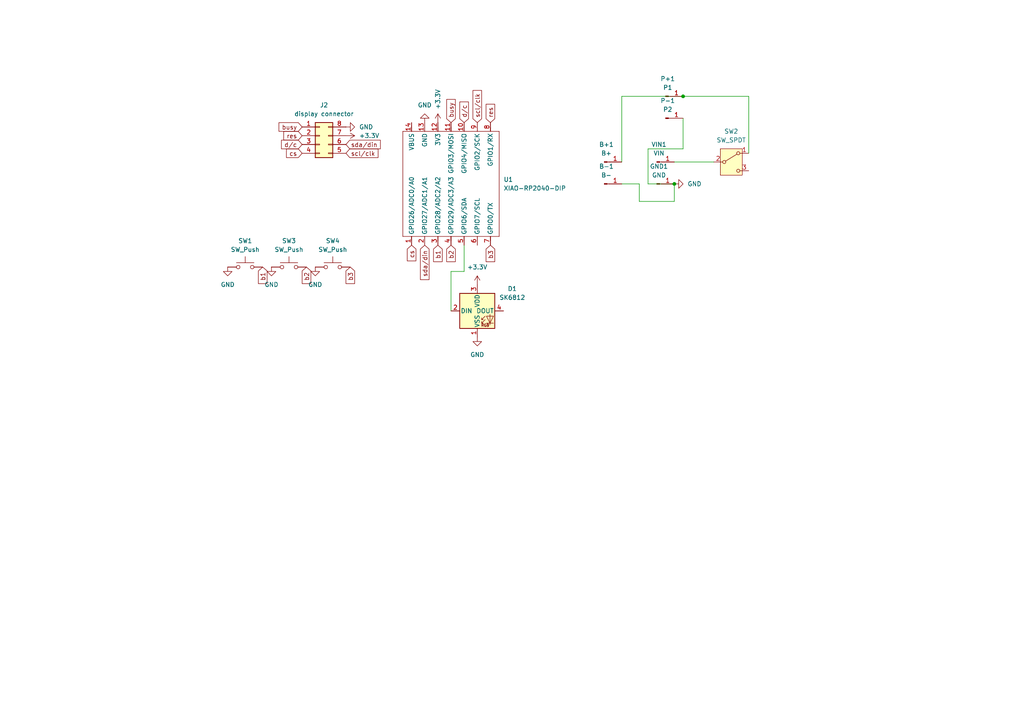
<source format=kicad_sch>
(kicad_sch
	(version 20250114)
	(generator "eeschema")
	(generator_version "9.0")
	(uuid "5f66d989-7b3f-4f0f-809e-794210173ab8")
	(paper "A4")
	(lib_symbols
		(symbol "Connector:Conn_01x01_Pin"
			(pin_names
				(offset 1.016)
				(hide yes)
			)
			(exclude_from_sim no)
			(in_bom yes)
			(on_board yes)
			(property "Reference" "J"
				(at 0 2.54 0)
				(effects
					(font
						(size 1.27 1.27)
					)
				)
			)
			(property "Value" "Conn_01x01_Pin"
				(at 0 -2.54 0)
				(effects
					(font
						(size 1.27 1.27)
					)
				)
			)
			(property "Footprint" ""
				(at 0 0 0)
				(effects
					(font
						(size 1.27 1.27)
					)
					(hide yes)
				)
			)
			(property "Datasheet" "~"
				(at 0 0 0)
				(effects
					(font
						(size 1.27 1.27)
					)
					(hide yes)
				)
			)
			(property "Description" "Generic connector, single row, 01x01, script generated"
				(at 0 0 0)
				(effects
					(font
						(size 1.27 1.27)
					)
					(hide yes)
				)
			)
			(property "ki_locked" ""
				(at 0 0 0)
				(effects
					(font
						(size 1.27 1.27)
					)
				)
			)
			(property "ki_keywords" "connector"
				(at 0 0 0)
				(effects
					(font
						(size 1.27 1.27)
					)
					(hide yes)
				)
			)
			(property "ki_fp_filters" "Connector*:*_1x??_*"
				(at 0 0 0)
				(effects
					(font
						(size 1.27 1.27)
					)
					(hide yes)
				)
			)
			(symbol "Conn_01x01_Pin_1_1"
				(rectangle
					(start 0.8636 0.127)
					(end 0 -0.127)
					(stroke
						(width 0.1524)
						(type default)
					)
					(fill
						(type outline)
					)
				)
				(polyline
					(pts
						(xy 1.27 0) (xy 0.8636 0)
					)
					(stroke
						(width 0.1524)
						(type default)
					)
					(fill
						(type none)
					)
				)
				(pin passive line
					(at 5.08 0 180)
					(length 3.81)
					(name "Pin_1"
						(effects
							(font
								(size 1.27 1.27)
							)
						)
					)
					(number "1"
						(effects
							(font
								(size 1.27 1.27)
							)
						)
					)
				)
			)
			(embedded_fonts no)
		)
		(symbol "Connector_Generic:Conn_02x04_Counter_Clockwise"
			(pin_names
				(offset 1.016)
				(hide yes)
			)
			(exclude_from_sim no)
			(in_bom yes)
			(on_board yes)
			(property "Reference" "J"
				(at 1.27 5.08 0)
				(effects
					(font
						(size 1.27 1.27)
					)
				)
			)
			(property "Value" "Conn_02x04_Counter_Clockwise"
				(at 1.27 -7.62 0)
				(effects
					(font
						(size 1.27 1.27)
					)
				)
			)
			(property "Footprint" ""
				(at 0 0 0)
				(effects
					(font
						(size 1.27 1.27)
					)
					(hide yes)
				)
			)
			(property "Datasheet" "~"
				(at 0 0 0)
				(effects
					(font
						(size 1.27 1.27)
					)
					(hide yes)
				)
			)
			(property "Description" "Generic connector, double row, 02x04, counter clockwise pin numbering scheme (similar to DIP package numbering), script generated (kicad-library-utils/schlib/autogen/connector/)"
				(at 0 0 0)
				(effects
					(font
						(size 1.27 1.27)
					)
					(hide yes)
				)
			)
			(property "ki_keywords" "connector"
				(at 0 0 0)
				(effects
					(font
						(size 1.27 1.27)
					)
					(hide yes)
				)
			)
			(property "ki_fp_filters" "Connector*:*_2x??_*"
				(at 0 0 0)
				(effects
					(font
						(size 1.27 1.27)
					)
					(hide yes)
				)
			)
			(symbol "Conn_02x04_Counter_Clockwise_1_1"
				(rectangle
					(start -1.27 3.81)
					(end 3.81 -6.35)
					(stroke
						(width 0.254)
						(type default)
					)
					(fill
						(type background)
					)
				)
				(rectangle
					(start -1.27 2.667)
					(end 0 2.413)
					(stroke
						(width 0.1524)
						(type default)
					)
					(fill
						(type none)
					)
				)
				(rectangle
					(start -1.27 0.127)
					(end 0 -0.127)
					(stroke
						(width 0.1524)
						(type default)
					)
					(fill
						(type none)
					)
				)
				(rectangle
					(start -1.27 -2.413)
					(end 0 -2.667)
					(stroke
						(width 0.1524)
						(type default)
					)
					(fill
						(type none)
					)
				)
				(rectangle
					(start -1.27 -4.953)
					(end 0 -5.207)
					(stroke
						(width 0.1524)
						(type default)
					)
					(fill
						(type none)
					)
				)
				(rectangle
					(start 3.81 2.667)
					(end 2.54 2.413)
					(stroke
						(width 0.1524)
						(type default)
					)
					(fill
						(type none)
					)
				)
				(rectangle
					(start 3.81 0.127)
					(end 2.54 -0.127)
					(stroke
						(width 0.1524)
						(type default)
					)
					(fill
						(type none)
					)
				)
				(rectangle
					(start 3.81 -2.413)
					(end 2.54 -2.667)
					(stroke
						(width 0.1524)
						(type default)
					)
					(fill
						(type none)
					)
				)
				(rectangle
					(start 3.81 -4.953)
					(end 2.54 -5.207)
					(stroke
						(width 0.1524)
						(type default)
					)
					(fill
						(type none)
					)
				)
				(pin passive line
					(at -5.08 2.54 0)
					(length 3.81)
					(name "Pin_1"
						(effects
							(font
								(size 1.27 1.27)
							)
						)
					)
					(number "1"
						(effects
							(font
								(size 1.27 1.27)
							)
						)
					)
				)
				(pin passive line
					(at -5.08 0 0)
					(length 3.81)
					(name "Pin_2"
						(effects
							(font
								(size 1.27 1.27)
							)
						)
					)
					(number "2"
						(effects
							(font
								(size 1.27 1.27)
							)
						)
					)
				)
				(pin passive line
					(at -5.08 -2.54 0)
					(length 3.81)
					(name "Pin_3"
						(effects
							(font
								(size 1.27 1.27)
							)
						)
					)
					(number "3"
						(effects
							(font
								(size 1.27 1.27)
							)
						)
					)
				)
				(pin passive line
					(at -5.08 -5.08 0)
					(length 3.81)
					(name "Pin_4"
						(effects
							(font
								(size 1.27 1.27)
							)
						)
					)
					(number "4"
						(effects
							(font
								(size 1.27 1.27)
							)
						)
					)
				)
				(pin passive line
					(at 7.62 2.54 180)
					(length 3.81)
					(name "Pin_8"
						(effects
							(font
								(size 1.27 1.27)
							)
						)
					)
					(number "8"
						(effects
							(font
								(size 1.27 1.27)
							)
						)
					)
				)
				(pin passive line
					(at 7.62 0 180)
					(length 3.81)
					(name "Pin_7"
						(effects
							(font
								(size 1.27 1.27)
							)
						)
					)
					(number "7"
						(effects
							(font
								(size 1.27 1.27)
							)
						)
					)
				)
				(pin passive line
					(at 7.62 -2.54 180)
					(length 3.81)
					(name "Pin_6"
						(effects
							(font
								(size 1.27 1.27)
							)
						)
					)
					(number "6"
						(effects
							(font
								(size 1.27 1.27)
							)
						)
					)
				)
				(pin passive line
					(at 7.62 -5.08 180)
					(length 3.81)
					(name "Pin_5"
						(effects
							(font
								(size 1.27 1.27)
							)
						)
					)
					(number "5"
						(effects
							(font
								(size 1.27 1.27)
							)
						)
					)
				)
			)
			(embedded_fonts no)
		)
		(symbol "LED:SK6812"
			(pin_names
				(offset 0.254)
			)
			(exclude_from_sim no)
			(in_bom yes)
			(on_board yes)
			(property "Reference" "D"
				(at 5.08 5.715 0)
				(effects
					(font
						(size 1.27 1.27)
					)
					(justify right bottom)
				)
			)
			(property "Value" "SK6812"
				(at 1.27 -5.715 0)
				(effects
					(font
						(size 1.27 1.27)
					)
					(justify left top)
				)
			)
			(property "Footprint" "LED_SMD:LED_SK6812_PLCC4_5.0x5.0mm_P3.2mm"
				(at 1.27 -7.62 0)
				(effects
					(font
						(size 1.27 1.27)
					)
					(justify left top)
					(hide yes)
				)
			)
			(property "Datasheet" "https://cdn-shop.adafruit.com/product-files/1138/SK6812+LED+datasheet+.pdf"
				(at 2.54 -9.525 0)
				(effects
					(font
						(size 1.27 1.27)
					)
					(justify left top)
					(hide yes)
				)
			)
			(property "Description" "RGB LED with integrated controller"
				(at 0 0 0)
				(effects
					(font
						(size 1.27 1.27)
					)
					(hide yes)
				)
			)
			(property "ki_keywords" "RGB LED NeoPixel addressable"
				(at 0 0 0)
				(effects
					(font
						(size 1.27 1.27)
					)
					(hide yes)
				)
			)
			(property "ki_fp_filters" "LED*SK6812*PLCC*5.0x5.0mm*P3.2mm*"
				(at 0 0 0)
				(effects
					(font
						(size 1.27 1.27)
					)
					(hide yes)
				)
			)
			(symbol "SK6812_0_0"
				(text "RGB"
					(at 2.286 -4.191 0)
					(effects
						(font
							(size 0.762 0.762)
						)
					)
				)
			)
			(symbol "SK6812_0_1"
				(polyline
					(pts
						(xy 1.27 -2.54) (xy 1.778 -2.54)
					)
					(stroke
						(width 0)
						(type default)
					)
					(fill
						(type none)
					)
				)
				(polyline
					(pts
						(xy 1.27 -3.556) (xy 1.778 -3.556)
					)
					(stroke
						(width 0)
						(type default)
					)
					(fill
						(type none)
					)
				)
				(polyline
					(pts
						(xy 2.286 -1.524) (xy 1.27 -2.54) (xy 1.27 -2.032)
					)
					(stroke
						(width 0)
						(type default)
					)
					(fill
						(type none)
					)
				)
				(polyline
					(pts
						(xy 2.286 -2.54) (xy 1.27 -3.556) (xy 1.27 -3.048)
					)
					(stroke
						(width 0)
						(type default)
					)
					(fill
						(type none)
					)
				)
				(polyline
					(pts
						(xy 3.683 -1.016) (xy 3.683 -3.556) (xy 3.683 -4.064)
					)
					(stroke
						(width 0)
						(type default)
					)
					(fill
						(type none)
					)
				)
				(polyline
					(pts
						(xy 4.699 -1.524) (xy 2.667 -1.524) (xy 3.683 -3.556) (xy 4.699 -1.524)
					)
					(stroke
						(width 0)
						(type default)
					)
					(fill
						(type none)
					)
				)
				(polyline
					(pts
						(xy 4.699 -3.556) (xy 2.667 -3.556)
					)
					(stroke
						(width 0)
						(type default)
					)
					(fill
						(type none)
					)
				)
				(rectangle
					(start 5.08 5.08)
					(end -5.08 -5.08)
					(stroke
						(width 0.254)
						(type default)
					)
					(fill
						(type background)
					)
				)
			)
			(symbol "SK6812_1_1"
				(pin input line
					(at -7.62 0 0)
					(length 2.54)
					(name "DIN"
						(effects
							(font
								(size 1.27 1.27)
							)
						)
					)
					(number "2"
						(effects
							(font
								(size 1.27 1.27)
							)
						)
					)
				)
				(pin power_in line
					(at 0 7.62 270)
					(length 2.54)
					(name "VDD"
						(effects
							(font
								(size 1.27 1.27)
							)
						)
					)
					(number "3"
						(effects
							(font
								(size 1.27 1.27)
							)
						)
					)
				)
				(pin power_in line
					(at 0 -7.62 90)
					(length 2.54)
					(name "VSS"
						(effects
							(font
								(size 1.27 1.27)
							)
						)
					)
					(number "1"
						(effects
							(font
								(size 1.27 1.27)
							)
						)
					)
				)
				(pin output line
					(at 7.62 0 180)
					(length 2.54)
					(name "DOUT"
						(effects
							(font
								(size 1.27 1.27)
							)
						)
					)
					(number "4"
						(effects
							(font
								(size 1.27 1.27)
							)
						)
					)
				)
			)
			(embedded_fonts no)
		)
		(symbol "Switch:SW_Push"
			(pin_numbers
				(hide yes)
			)
			(pin_names
				(offset 1.016)
				(hide yes)
			)
			(exclude_from_sim no)
			(in_bom yes)
			(on_board yes)
			(property "Reference" "SW"
				(at 1.27 2.54 0)
				(effects
					(font
						(size 1.27 1.27)
					)
					(justify left)
				)
			)
			(property "Value" "SW_Push"
				(at 0 -1.524 0)
				(effects
					(font
						(size 1.27 1.27)
					)
				)
			)
			(property "Footprint" ""
				(at 0 5.08 0)
				(effects
					(font
						(size 1.27 1.27)
					)
					(hide yes)
				)
			)
			(property "Datasheet" "~"
				(at 0 5.08 0)
				(effects
					(font
						(size 1.27 1.27)
					)
					(hide yes)
				)
			)
			(property "Description" "Push button switch, generic, two pins"
				(at 0 0 0)
				(effects
					(font
						(size 1.27 1.27)
					)
					(hide yes)
				)
			)
			(property "ki_keywords" "switch normally-open pushbutton push-button"
				(at 0 0 0)
				(effects
					(font
						(size 1.27 1.27)
					)
					(hide yes)
				)
			)
			(symbol "SW_Push_0_1"
				(circle
					(center -2.032 0)
					(radius 0.508)
					(stroke
						(width 0)
						(type default)
					)
					(fill
						(type none)
					)
				)
				(polyline
					(pts
						(xy 0 1.27) (xy 0 3.048)
					)
					(stroke
						(width 0)
						(type default)
					)
					(fill
						(type none)
					)
				)
				(circle
					(center 2.032 0)
					(radius 0.508)
					(stroke
						(width 0)
						(type default)
					)
					(fill
						(type none)
					)
				)
				(polyline
					(pts
						(xy 2.54 1.27) (xy -2.54 1.27)
					)
					(stroke
						(width 0)
						(type default)
					)
					(fill
						(type none)
					)
				)
				(pin passive line
					(at -5.08 0 0)
					(length 2.54)
					(name "1"
						(effects
							(font
								(size 1.27 1.27)
							)
						)
					)
					(number "1"
						(effects
							(font
								(size 1.27 1.27)
							)
						)
					)
				)
				(pin passive line
					(at 5.08 0 180)
					(length 2.54)
					(name "2"
						(effects
							(font
								(size 1.27 1.27)
							)
						)
					)
					(number "2"
						(effects
							(font
								(size 1.27 1.27)
							)
						)
					)
				)
			)
			(embedded_fonts no)
		)
		(symbol "Switch:SW_SPDT"
			(pin_names
				(offset 0)
				(hide yes)
			)
			(exclude_from_sim no)
			(in_bom yes)
			(on_board yes)
			(property "Reference" "SW"
				(at 0 5.08 0)
				(effects
					(font
						(size 1.27 1.27)
					)
				)
			)
			(property "Value" "SW_SPDT"
				(at 0 -5.08 0)
				(effects
					(font
						(size 1.27 1.27)
					)
				)
			)
			(property "Footprint" ""
				(at 0 0 0)
				(effects
					(font
						(size 1.27 1.27)
					)
					(hide yes)
				)
			)
			(property "Datasheet" "~"
				(at 0 -7.62 0)
				(effects
					(font
						(size 1.27 1.27)
					)
					(hide yes)
				)
			)
			(property "Description" "Switch, single pole double throw"
				(at 0 0 0)
				(effects
					(font
						(size 1.27 1.27)
					)
					(hide yes)
				)
			)
			(property "ki_keywords" "switch single-pole double-throw spdt ON-ON"
				(at 0 0 0)
				(effects
					(font
						(size 1.27 1.27)
					)
					(hide yes)
				)
			)
			(symbol "SW_SPDT_0_1"
				(circle
					(center -2.032 0)
					(radius 0.4572)
					(stroke
						(width 0)
						(type default)
					)
					(fill
						(type none)
					)
				)
				(polyline
					(pts
						(xy -1.651 0.254) (xy 1.651 2.286)
					)
					(stroke
						(width 0)
						(type default)
					)
					(fill
						(type none)
					)
				)
				(circle
					(center 2.032 2.54)
					(radius 0.4572)
					(stroke
						(width 0)
						(type default)
					)
					(fill
						(type none)
					)
				)
				(circle
					(center 2.032 -2.54)
					(radius 0.4572)
					(stroke
						(width 0)
						(type default)
					)
					(fill
						(type none)
					)
				)
			)
			(symbol "SW_SPDT_1_1"
				(rectangle
					(start -3.175 3.81)
					(end 3.175 -3.81)
					(stroke
						(width 0)
						(type default)
					)
					(fill
						(type background)
					)
				)
				(pin passive line
					(at -5.08 0 0)
					(length 2.54)
					(name "B"
						(effects
							(font
								(size 1.27 1.27)
							)
						)
					)
					(number "2"
						(effects
							(font
								(size 1.27 1.27)
							)
						)
					)
				)
				(pin passive line
					(at 5.08 2.54 180)
					(length 2.54)
					(name "A"
						(effects
							(font
								(size 1.27 1.27)
							)
						)
					)
					(number "1"
						(effects
							(font
								(size 1.27 1.27)
							)
						)
					)
				)
				(pin passive line
					(at 5.08 -2.54 180)
					(length 2.54)
					(name "C"
						(effects
							(font
								(size 1.27 1.27)
							)
						)
					)
					(number "3"
						(effects
							(font
								(size 1.27 1.27)
							)
						)
					)
				)
			)
			(embedded_fonts no)
		)
		(symbol "power:+3.3V"
			(power)
			(pin_numbers
				(hide yes)
			)
			(pin_names
				(offset 0)
				(hide yes)
			)
			(exclude_from_sim no)
			(in_bom yes)
			(on_board yes)
			(property "Reference" "#PWR"
				(at 0 -3.81 0)
				(effects
					(font
						(size 1.27 1.27)
					)
					(hide yes)
				)
			)
			(property "Value" "+3.3V"
				(at 0 3.556 0)
				(effects
					(font
						(size 1.27 1.27)
					)
				)
			)
			(property "Footprint" ""
				(at 0 0 0)
				(effects
					(font
						(size 1.27 1.27)
					)
					(hide yes)
				)
			)
			(property "Datasheet" ""
				(at 0 0 0)
				(effects
					(font
						(size 1.27 1.27)
					)
					(hide yes)
				)
			)
			(property "Description" "Power symbol creates a global label with name \"+3.3V\""
				(at 0 0 0)
				(effects
					(font
						(size 1.27 1.27)
					)
					(hide yes)
				)
			)
			(property "ki_keywords" "global power"
				(at 0 0 0)
				(effects
					(font
						(size 1.27 1.27)
					)
					(hide yes)
				)
			)
			(symbol "+3.3V_0_1"
				(polyline
					(pts
						(xy -0.762 1.27) (xy 0 2.54)
					)
					(stroke
						(width 0)
						(type default)
					)
					(fill
						(type none)
					)
				)
				(polyline
					(pts
						(xy 0 2.54) (xy 0.762 1.27)
					)
					(stroke
						(width 0)
						(type default)
					)
					(fill
						(type none)
					)
				)
				(polyline
					(pts
						(xy 0 0) (xy 0 2.54)
					)
					(stroke
						(width 0)
						(type default)
					)
					(fill
						(type none)
					)
				)
			)
			(symbol "+3.3V_1_1"
				(pin power_in line
					(at 0 0 90)
					(length 0)
					(name "~"
						(effects
							(font
								(size 1.27 1.27)
							)
						)
					)
					(number "1"
						(effects
							(font
								(size 1.27 1.27)
							)
						)
					)
				)
			)
			(embedded_fonts no)
		)
		(symbol "power:GND"
			(power)
			(pin_numbers
				(hide yes)
			)
			(pin_names
				(offset 0)
				(hide yes)
			)
			(exclude_from_sim no)
			(in_bom yes)
			(on_board yes)
			(property "Reference" "#PWR"
				(at 0 -6.35 0)
				(effects
					(font
						(size 1.27 1.27)
					)
					(hide yes)
				)
			)
			(property "Value" "GND"
				(at 0 -3.81 0)
				(effects
					(font
						(size 1.27 1.27)
					)
				)
			)
			(property "Footprint" ""
				(at 0 0 0)
				(effects
					(font
						(size 1.27 1.27)
					)
					(hide yes)
				)
			)
			(property "Datasheet" ""
				(at 0 0 0)
				(effects
					(font
						(size 1.27 1.27)
					)
					(hide yes)
				)
			)
			(property "Description" "Power symbol creates a global label with name \"GND\" , ground"
				(at 0 0 0)
				(effects
					(font
						(size 1.27 1.27)
					)
					(hide yes)
				)
			)
			(property "ki_keywords" "global power"
				(at 0 0 0)
				(effects
					(font
						(size 1.27 1.27)
					)
					(hide yes)
				)
			)
			(symbol "GND_0_1"
				(polyline
					(pts
						(xy 0 0) (xy 0 -1.27) (xy 1.27 -1.27) (xy 0 -2.54) (xy -1.27 -1.27) (xy 0 -1.27)
					)
					(stroke
						(width 0)
						(type default)
					)
					(fill
						(type none)
					)
				)
			)
			(symbol "GND_1_1"
				(pin power_in line
					(at 0 0 270)
					(length 0)
					(name "~"
						(effects
							(font
								(size 1.27 1.27)
							)
						)
					)
					(number "1"
						(effects
							(font
								(size 1.27 1.27)
							)
						)
					)
				)
			)
			(embedded_fonts no)
		)
		(symbol "rp2040:XIAO-RP2040-DIP"
			(exclude_from_sim no)
			(in_bom yes)
			(on_board yes)
			(property "Reference" "U"
				(at 0 0 0)
				(effects
					(font
						(size 1.27 1.27)
					)
				)
			)
			(property "Value" "XIAO-RP2040-DIP"
				(at 5.334 -1.778 0)
				(effects
					(font
						(size 1.27 1.27)
					)
				)
			)
			(property "Footprint" "Module:MOUDLE14P-XIAO-DIP-SMD"
				(at 14.478 -32.258 0)
				(effects
					(font
						(size 1.27 1.27)
					)
					(hide yes)
				)
			)
			(property "Datasheet" ""
				(at 0 0 0)
				(effects
					(font
						(size 1.27 1.27)
					)
					(hide yes)
				)
			)
			(property "Description" ""
				(at 0 0 0)
				(effects
					(font
						(size 1.27 1.27)
					)
					(hide yes)
				)
			)
			(symbol "XIAO-RP2040-DIP_1_0"
				(polyline
					(pts
						(xy -1.27 -2.54) (xy 29.21 -2.54)
					)
					(stroke
						(width 0.1524)
						(type solid)
					)
					(fill
						(type none)
					)
				)
				(polyline
					(pts
						(xy -1.27 -5.08) (xy -2.54 -5.08)
					)
					(stroke
						(width 0.1524)
						(type solid)
					)
					(fill
						(type none)
					)
				)
				(polyline
					(pts
						(xy -1.27 -5.08) (xy -1.27 -2.54)
					)
					(stroke
						(width 0.1524)
						(type solid)
					)
					(fill
						(type none)
					)
				)
				(polyline
					(pts
						(xy -1.27 -8.89) (xy -2.54 -8.89)
					)
					(stroke
						(width 0.1524)
						(type solid)
					)
					(fill
						(type none)
					)
				)
				(polyline
					(pts
						(xy -1.27 -8.89) (xy -1.27 -5.08)
					)
					(stroke
						(width 0.1524)
						(type solid)
					)
					(fill
						(type none)
					)
				)
				(polyline
					(pts
						(xy -1.27 -12.7) (xy -2.54 -12.7)
					)
					(stroke
						(width 0.1524)
						(type solid)
					)
					(fill
						(type none)
					)
				)
				(polyline
					(pts
						(xy -1.27 -12.7) (xy -1.27 -8.89)
					)
					(stroke
						(width 0.1524)
						(type solid)
					)
					(fill
						(type none)
					)
				)
				(polyline
					(pts
						(xy -1.27 -16.51) (xy -2.54 -16.51)
					)
					(stroke
						(width 0.1524)
						(type solid)
					)
					(fill
						(type none)
					)
				)
				(polyline
					(pts
						(xy -1.27 -16.51) (xy -1.27 -12.7)
					)
					(stroke
						(width 0.1524)
						(type solid)
					)
					(fill
						(type none)
					)
				)
				(polyline
					(pts
						(xy -1.27 -20.32) (xy -2.54 -20.32)
					)
					(stroke
						(width 0.1524)
						(type solid)
					)
					(fill
						(type none)
					)
				)
				(polyline
					(pts
						(xy -1.27 -24.13) (xy -2.54 -24.13)
					)
					(stroke
						(width 0.1524)
						(type solid)
					)
					(fill
						(type none)
					)
				)
				(polyline
					(pts
						(xy -1.27 -27.94) (xy -2.54 -27.94)
					)
					(stroke
						(width 0.1524)
						(type solid)
					)
					(fill
						(type none)
					)
				)
				(polyline
					(pts
						(xy -1.27 -30.48) (xy -1.27 -16.51)
					)
					(stroke
						(width 0.1524)
						(type solid)
					)
					(fill
						(type none)
					)
				)
				(polyline
					(pts
						(xy 29.21 -2.54) (xy 29.21 -5.08)
					)
					(stroke
						(width 0.1524)
						(type solid)
					)
					(fill
						(type none)
					)
				)
				(polyline
					(pts
						(xy 29.21 -5.08) (xy 29.21 -8.89)
					)
					(stroke
						(width 0.1524)
						(type solid)
					)
					(fill
						(type none)
					)
				)
				(polyline
					(pts
						(xy 29.21 -8.89) (xy 29.21 -12.7)
					)
					(stroke
						(width 0.1524)
						(type solid)
					)
					(fill
						(type none)
					)
				)
				(polyline
					(pts
						(xy 29.21 -12.7) (xy 29.21 -30.48)
					)
					(stroke
						(width 0.1524)
						(type solid)
					)
					(fill
						(type none)
					)
				)
				(polyline
					(pts
						(xy 29.21 -30.48) (xy -1.27 -30.48)
					)
					(stroke
						(width 0.1524)
						(type solid)
					)
					(fill
						(type none)
					)
				)
				(polyline
					(pts
						(xy 30.48 -5.08) (xy 29.21 -5.08)
					)
					(stroke
						(width 0.1524)
						(type solid)
					)
					(fill
						(type none)
					)
				)
				(polyline
					(pts
						(xy 30.48 -8.89) (xy 29.21 -8.89)
					)
					(stroke
						(width 0.1524)
						(type solid)
					)
					(fill
						(type none)
					)
				)
				(polyline
					(pts
						(xy 30.48 -12.7) (xy 29.21 -12.7)
					)
					(stroke
						(width 0.1524)
						(type solid)
					)
					(fill
						(type none)
					)
				)
				(polyline
					(pts
						(xy 30.48 -16.51) (xy 29.21 -16.51)
					)
					(stroke
						(width 0.1524)
						(type solid)
					)
					(fill
						(type none)
					)
				)
				(polyline
					(pts
						(xy 30.48 -20.32) (xy 29.21 -20.32)
					)
					(stroke
						(width 0.1524)
						(type solid)
					)
					(fill
						(type none)
					)
				)
				(polyline
					(pts
						(xy 30.48 -24.13) (xy 29.21 -24.13)
					)
					(stroke
						(width 0.1524)
						(type solid)
					)
					(fill
						(type none)
					)
				)
				(polyline
					(pts
						(xy 30.48 -27.94) (xy 29.21 -27.94)
					)
					(stroke
						(width 0.1524)
						(type solid)
					)
					(fill
						(type none)
					)
				)
				(pin passive line
					(at -3.81 -5.08 0)
					(length 2.54)
					(name "GPIO26/ADC0/A0"
						(effects
							(font
								(size 1.27 1.27)
							)
						)
					)
					(number "1"
						(effects
							(font
								(size 1.27 1.27)
							)
						)
					)
				)
				(pin passive line
					(at -3.81 -8.89 0)
					(length 2.54)
					(name "GPIO27/ADC1/A1"
						(effects
							(font
								(size 1.27 1.27)
							)
						)
					)
					(number "2"
						(effects
							(font
								(size 1.27 1.27)
							)
						)
					)
				)
				(pin passive line
					(at -3.81 -12.7 0)
					(length 2.54)
					(name "GPIO28/ADC2/A2"
						(effects
							(font
								(size 1.27 1.27)
							)
						)
					)
					(number "3"
						(effects
							(font
								(size 1.27 1.27)
							)
						)
					)
				)
				(pin passive line
					(at -3.81 -16.51 0)
					(length 2.54)
					(name "GPIO29/ADC3/A3"
						(effects
							(font
								(size 1.27 1.27)
							)
						)
					)
					(number "4"
						(effects
							(font
								(size 1.27 1.27)
							)
						)
					)
				)
				(pin passive line
					(at -3.81 -20.32 0)
					(length 2.54)
					(name "GPIO6/SDA"
						(effects
							(font
								(size 1.27 1.27)
							)
						)
					)
					(number "5"
						(effects
							(font
								(size 1.27 1.27)
							)
						)
					)
				)
				(pin passive line
					(at -3.81 -24.13 0)
					(length 2.54)
					(name "GPIO7/SCL"
						(effects
							(font
								(size 1.27 1.27)
							)
						)
					)
					(number "6"
						(effects
							(font
								(size 1.27 1.27)
							)
						)
					)
				)
				(pin passive line
					(at -3.81 -27.94 0)
					(length 2.54)
					(name "GPIO0/TX"
						(effects
							(font
								(size 1.27 1.27)
							)
						)
					)
					(number "7"
						(effects
							(font
								(size 1.27 1.27)
							)
						)
					)
				)
				(pin passive line
					(at 31.75 -5.08 180)
					(length 2.54)
					(name "VBUS"
						(effects
							(font
								(size 1.27 1.27)
							)
						)
					)
					(number "14"
						(effects
							(font
								(size 1.27 1.27)
							)
						)
					)
				)
				(pin passive line
					(at 31.75 -8.89 180)
					(length 2.54)
					(name "GND"
						(effects
							(font
								(size 1.27 1.27)
							)
						)
					)
					(number "13"
						(effects
							(font
								(size 1.27 1.27)
							)
						)
					)
				)
				(pin passive line
					(at 31.75 -12.7 180)
					(length 2.54)
					(name "3V3"
						(effects
							(font
								(size 1.27 1.27)
							)
						)
					)
					(number "12"
						(effects
							(font
								(size 1.27 1.27)
							)
						)
					)
				)
				(pin passive line
					(at 31.75 -16.51 180)
					(length 2.54)
					(name "GPIO3/MOSI"
						(effects
							(font
								(size 1.27 1.27)
							)
						)
					)
					(number "11"
						(effects
							(font
								(size 1.27 1.27)
							)
						)
					)
				)
				(pin passive line
					(at 31.75 -20.32 180)
					(length 2.54)
					(name "GPIO4/MISO"
						(effects
							(font
								(size 1.27 1.27)
							)
						)
					)
					(number "10"
						(effects
							(font
								(size 1.27 1.27)
							)
						)
					)
				)
				(pin passive line
					(at 31.75 -24.13 180)
					(length 2.54)
					(name "GPIO2/SCK"
						(effects
							(font
								(size 1.27 1.27)
							)
						)
					)
					(number "9"
						(effects
							(font
								(size 1.27 1.27)
							)
						)
					)
				)
				(pin passive line
					(at 31.75 -27.94 180)
					(length 2.54)
					(name "GPIO1/RX"
						(effects
							(font
								(size 1.27 1.27)
							)
						)
					)
					(number "8"
						(effects
							(font
								(size 1.27 1.27)
							)
						)
					)
				)
			)
			(embedded_fonts no)
		)
	)
	(junction
		(at 198.12 27.94)
		(diameter 0)
		(color 0 0 0 0)
		(uuid "89d8a923-0a78-424a-96b0-6ca9a3bdd817")
	)
	(junction
		(at 195.58 53.34)
		(diameter 0)
		(color 0 0 0 0)
		(uuid "c76d50b5-4ca5-4e58-8b06-b66a594d41f5")
	)
	(wire
		(pts
			(xy 195.58 46.99) (xy 207.01 46.99)
		)
		(stroke
			(width 0)
			(type default)
		)
		(uuid "0fd865f8-845e-4f72-b276-2ddccbcc9501")
	)
	(wire
		(pts
			(xy 185.42 58.42) (xy 195.58 58.42)
		)
		(stroke
			(width 0)
			(type default)
		)
		(uuid "3a21e7ec-4b90-4d8d-b5c4-be42836b9124")
	)
	(wire
		(pts
			(xy 180.34 27.94) (xy 198.12 27.94)
		)
		(stroke
			(width 0)
			(type default)
		)
		(uuid "4e04f490-c4f6-4efe-80ed-5fe418a4cb77")
	)
	(wire
		(pts
			(xy 198.12 43.18) (xy 187.96 43.18)
		)
		(stroke
			(width 0)
			(type default)
		)
		(uuid "5b3f18a9-f4d0-4c64-81be-0a42dc852908")
	)
	(wire
		(pts
			(xy 130.81 78.74) (xy 134.62 78.74)
		)
		(stroke
			(width 0)
			(type default)
		)
		(uuid "76673632-277f-4e1b-b078-9621a0eda387")
	)
	(wire
		(pts
			(xy 180.34 46.99) (xy 180.34 27.94)
		)
		(stroke
			(width 0)
			(type default)
		)
		(uuid "77e4997e-9ef9-410b-bc76-a36340e4dd4e")
	)
	(wire
		(pts
			(xy 134.62 78.74) (xy 134.62 71.12)
		)
		(stroke
			(width 0)
			(type default)
		)
		(uuid "9483421b-972d-46d6-a21c-f1bdd2a6695c")
	)
	(wire
		(pts
			(xy 187.96 43.18) (xy 187.96 53.34)
		)
		(stroke
			(width 0)
			(type default)
		)
		(uuid "9cb26fea-4d4c-42d7-a7ca-1d40f2992a85")
	)
	(wire
		(pts
			(xy 198.12 34.29) (xy 198.12 43.18)
		)
		(stroke
			(width 0)
			(type default)
		)
		(uuid "a29471ca-6547-4eb0-b247-7fd59cd753dc")
	)
	(wire
		(pts
			(xy 217.17 27.94) (xy 217.17 44.45)
		)
		(stroke
			(width 0)
			(type default)
		)
		(uuid "adeb5095-a920-4177-bc56-01becf35b217")
	)
	(wire
		(pts
			(xy 198.12 27.94) (xy 217.17 27.94)
		)
		(stroke
			(width 0)
			(type default)
		)
		(uuid "b673d4db-8f1d-4a02-87a2-0cee62a07bd0")
	)
	(wire
		(pts
			(xy 180.34 53.34) (xy 185.42 53.34)
		)
		(stroke
			(width 0)
			(type default)
		)
		(uuid "b7a54923-851e-4eb5-92ef-aad141ba5104")
	)
	(wire
		(pts
			(xy 195.58 58.42) (xy 195.58 53.34)
		)
		(stroke
			(width 0)
			(type default)
		)
		(uuid "c51db4b9-8853-4153-8e27-9d5ebfe13198")
	)
	(wire
		(pts
			(xy 130.81 90.17) (xy 130.81 78.74)
		)
		(stroke
			(width 0)
			(type default)
		)
		(uuid "d261a65c-005a-4ae0-bf75-e4cb0c404a7f")
	)
	(wire
		(pts
			(xy 185.42 53.34) (xy 185.42 58.42)
		)
		(stroke
			(width 0)
			(type default)
		)
		(uuid "dc05a6a3-926b-4bc9-9bb2-216ed7b11493")
	)
	(wire
		(pts
			(xy 187.96 53.34) (xy 195.58 53.34)
		)
		(stroke
			(width 0)
			(type default)
		)
		(uuid "f41baa7d-1f86-4197-91fb-45d178695d19")
	)
	(global_label "res"
		(shape input)
		(at 142.24 35.56 90)
		(fields_autoplaced yes)
		(effects
			(font
				(size 1.27 1.27)
			)
			(justify left)
		)
		(uuid "05a37646-4662-4579-a605-7ad64145b83a")
		(property "Intersheetrefs" "${INTERSHEET_REFS}"
			(at 142.24 29.6719 90)
			(effects
				(font
					(size 1.27 1.27)
				)
				(justify left)
				(hide yes)
			)
		)
	)
	(global_label "b2"
		(shape input)
		(at 88.9 77.47 270)
		(fields_autoplaced yes)
		(effects
			(font
				(size 1.27 1.27)
			)
			(justify right)
		)
		(uuid "14216049-0335-4e74-b403-2852264dbcc4")
		(property "Intersheetrefs" "${INTERSHEET_REFS}"
			(at 88.9 82.8137 90)
			(effects
				(font
					(size 1.27 1.27)
				)
				(justify right)
				(hide yes)
			)
		)
	)
	(global_label "sda{slash}din"
		(shape input)
		(at 100.33 41.91 0)
		(fields_autoplaced yes)
		(effects
			(font
				(size 1.27 1.27)
			)
			(justify left)
		)
		(uuid "2ab74780-81ec-4730-af86-8f6c9ce674d0")
		(property "Intersheetrefs" "${INTERSHEET_REFS}"
			(at 110.8746 41.91 0)
			(effects
				(font
					(size 1.27 1.27)
				)
				(justify left)
				(hide yes)
			)
		)
	)
	(global_label "b1"
		(shape input)
		(at 76.2 77.47 270)
		(fields_autoplaced yes)
		(effects
			(font
				(size 1.27 1.27)
			)
			(justify right)
		)
		(uuid "649b5d0b-e256-4a09-a343-73cd65dd9caf")
		(property "Intersheetrefs" "${INTERSHEET_REFS}"
			(at 76.2 82.8137 90)
			(effects
				(font
					(size 1.27 1.27)
				)
				(justify right)
				(hide yes)
			)
		)
	)
	(global_label "busy"
		(shape input)
		(at 130.81 35.56 90)
		(fields_autoplaced yes)
		(effects
			(font
				(size 1.27 1.27)
			)
			(justify left)
		)
		(uuid "7960bcf7-7b8c-41c7-9ae0-493f8cea0bf8")
		(property "Intersheetrefs" "${INTERSHEET_REFS}"
			(at 130.81 28.2811 90)
			(effects
				(font
					(size 1.27 1.27)
				)
				(justify left)
				(hide yes)
			)
		)
	)
	(global_label "b1"
		(shape input)
		(at 127 71.12 270)
		(fields_autoplaced yes)
		(effects
			(font
				(size 1.27 1.27)
			)
			(justify right)
		)
		(uuid "7a74e3c2-db35-4b42-9ce5-19995da49b8d")
		(property "Intersheetrefs" "${INTERSHEET_REFS}"
			(at 127 76.4637 90)
			(effects
				(font
					(size 1.27 1.27)
				)
				(justify right)
				(hide yes)
			)
		)
	)
	(global_label "scl{slash}clk"
		(shape input)
		(at 100.33 44.45 0)
		(fields_autoplaced yes)
		(effects
			(font
				(size 1.27 1.27)
			)
			(justify left)
		)
		(uuid "837c376c-cb18-479b-947a-7e8974adda71")
		(property "Intersheetrefs" "${INTERSHEET_REFS}"
			(at 110.2095 44.45 0)
			(effects
				(font
					(size 1.27 1.27)
				)
				(justify left)
				(hide yes)
			)
		)
	)
	(global_label "busy"
		(shape input)
		(at 87.63 36.83 180)
		(fields_autoplaced yes)
		(effects
			(font
				(size 1.27 1.27)
			)
			(justify right)
		)
		(uuid "942c3fd1-3c6b-4c51-86b2-8bb5586a9755")
		(property "Intersheetrefs" "${INTERSHEET_REFS}"
			(at 80.3511 36.83 0)
			(effects
				(font
					(size 1.27 1.27)
				)
				(justify right)
				(hide yes)
			)
		)
	)
	(global_label "d{slash}c"
		(shape input)
		(at 134.62 35.56 90)
		(fields_autoplaced yes)
		(effects
			(font
				(size 1.27 1.27)
			)
			(justify left)
		)
		(uuid "a448729b-4a78-4ab2-b288-4fca42a04795")
		(property "Intersheetrefs" "${INTERSHEET_REFS}"
			(at 134.62 29.0067 90)
			(effects
				(font
					(size 1.27 1.27)
				)
				(justify left)
				(hide yes)
			)
		)
	)
	(global_label "b2"
		(shape input)
		(at 130.81 71.12 270)
		(fields_autoplaced yes)
		(effects
			(font
				(size 1.27 1.27)
			)
			(justify right)
		)
		(uuid "c3ab49c2-3eb1-4182-a4a3-9e0f2eb0afa7")
		(property "Intersheetrefs" "${INTERSHEET_REFS}"
			(at 130.81 76.4637 90)
			(effects
				(font
					(size 1.27 1.27)
				)
				(justify right)
				(hide yes)
			)
		)
	)
	(global_label "res"
		(shape input)
		(at 87.63 39.37 180)
		(fields_autoplaced yes)
		(effects
			(font
				(size 1.27 1.27)
			)
			(justify right)
		)
		(uuid "ccbedac4-8c6b-4b86-bed5-363c6b849345")
		(property "Intersheetrefs" "${INTERSHEET_REFS}"
			(at 81.7419 39.37 0)
			(effects
				(font
					(size 1.27 1.27)
				)
				(justify right)
				(hide yes)
			)
		)
	)
	(global_label "cs"
		(shape input)
		(at 119.38 71.12 270)
		(fields_autoplaced yes)
		(effects
			(font
				(size 1.27 1.27)
			)
			(justify right)
		)
		(uuid "d10d9247-b657-43f3-8a20-ce3341bc04b1")
		(property "Intersheetrefs" "${INTERSHEET_REFS}"
			(at 119.38 76.2219 90)
			(effects
				(font
					(size 1.27 1.27)
				)
				(justify right)
				(hide yes)
			)
		)
	)
	(global_label "sda{slash}din"
		(shape input)
		(at 123.19 71.12 270)
		(fields_autoplaced yes)
		(effects
			(font
				(size 1.27 1.27)
			)
			(justify right)
		)
		(uuid "db0a8b37-1724-4e2b-8209-46776472f60b")
		(property "Intersheetrefs" "${INTERSHEET_REFS}"
			(at 123.19 81.6646 90)
			(effects
				(font
					(size 1.27 1.27)
				)
				(justify right)
				(hide yes)
			)
		)
	)
	(global_label "scl{slash}clk"
		(shape input)
		(at 138.43 35.56 90)
		(fields_autoplaced yes)
		(effects
			(font
				(size 1.27 1.27)
			)
			(justify left)
		)
		(uuid "dccd31e4-621a-44af-955c-8e40b96fc224")
		(property "Intersheetrefs" "${INTERSHEET_REFS}"
			(at 138.43 25.6805 90)
			(effects
				(font
					(size 1.27 1.27)
				)
				(justify left)
				(hide yes)
			)
		)
	)
	(global_label "b3"
		(shape input)
		(at 142.24 71.12 270)
		(fields_autoplaced yes)
		(effects
			(font
				(size 1.27 1.27)
			)
			(justify right)
		)
		(uuid "de9f3be0-d1ec-4e68-8110-fafa345df0b5")
		(property "Intersheetrefs" "${INTERSHEET_REFS}"
			(at 142.24 76.4637 90)
			(effects
				(font
					(size 1.27 1.27)
				)
				(justify right)
				(hide yes)
			)
		)
	)
	(global_label "b3"
		(shape input)
		(at 101.6 77.47 270)
		(fields_autoplaced yes)
		(effects
			(font
				(size 1.27 1.27)
			)
			(justify right)
		)
		(uuid "eaa7d0cf-c38f-462d-ac88-78344d9ae0ef")
		(property "Intersheetrefs" "${INTERSHEET_REFS}"
			(at 101.6 82.8137 90)
			(effects
				(font
					(size 1.27 1.27)
				)
				(justify right)
				(hide yes)
			)
		)
	)
	(global_label "d{slash}c"
		(shape input)
		(at 87.63 41.91 180)
		(fields_autoplaced yes)
		(effects
			(font
				(size 1.27 1.27)
			)
			(justify right)
		)
		(uuid "f1eae0bf-e692-48e9-8145-26007493d4e5")
		(property "Intersheetrefs" "${INTERSHEET_REFS}"
			(at 81.0767 41.91 0)
			(effects
				(font
					(size 1.27 1.27)
				)
				(justify right)
				(hide yes)
			)
		)
	)
	(global_label "cs"
		(shape input)
		(at 87.63 44.45 180)
		(fields_autoplaced yes)
		(effects
			(font
				(size 1.27 1.27)
			)
			(justify right)
		)
		(uuid "f51f8733-e0fb-475d-aa6d-99ee7f942bbf")
		(property "Intersheetrefs" "${INTERSHEET_REFS}"
			(at 82.5281 44.45 0)
			(effects
				(font
					(size 1.27 1.27)
				)
				(justify right)
				(hide yes)
			)
		)
	)
	(symbol
		(lib_id "Connector:Conn_01x01_Pin")
		(at 193.04 27.94 0)
		(unit 1)
		(exclude_from_sim no)
		(in_bom yes)
		(on_board yes)
		(dnp no)
		(fields_autoplaced yes)
		(uuid "08913f94-9f73-4ce8-9844-5b88e97003ce")
		(property "Reference" "P+1"
			(at 193.675 22.86 0)
			(effects
				(font
					(size 1.27 1.27)
				)
			)
		)
		(property "Value" "P1"
			(at 193.675 25.4 0)
			(effects
				(font
					(size 1.27 1.27)
				)
			)
		)
		(property "Footprint" "Connector_Wire:SolderWirePad_1x01_SMD_1x2mm"
			(at 193.04 27.94 0)
			(effects
				(font
					(size 1.27 1.27)
				)
				(hide yes)
			)
		)
		(property "Datasheet" "~"
			(at 193.04 27.94 0)
			(effects
				(font
					(size 1.27 1.27)
				)
				(hide yes)
			)
		)
		(property "Description" "Generic connector, single row, 01x01, script generated"
			(at 193.04 27.94 0)
			(effects
				(font
					(size 1.27 1.27)
				)
				(hide yes)
			)
		)
		(pin "1"
			(uuid "d1088ca5-4fd8-4ec2-865d-3b62d9596d4f")
		)
		(instances
			(project "timetable"
				(path "/5f66d989-7b3f-4f0f-809e-794210173ab8"
					(reference "P+1")
					(unit 1)
				)
			)
		)
	)
	(symbol
		(lib_id "Switch:SW_Push")
		(at 71.12 77.47 0)
		(unit 1)
		(exclude_from_sim no)
		(in_bom yes)
		(on_board yes)
		(dnp no)
		(fields_autoplaced yes)
		(uuid "0fb610ad-6c81-4b53-beb7-c8606c4cf949")
		(property "Reference" "SW1"
			(at 71.12 69.85 0)
			(effects
				(font
					(size 1.27 1.27)
				)
			)
		)
		(property "Value" "SW_Push"
			(at 71.12 72.39 0)
			(effects
				(font
					(size 1.27 1.27)
				)
			)
		)
		(property "Footprint" "Button_Switch_SMD:SW_Push_1P1T-MP_NO_Horizontal_Alps_SKRTLAE010"
			(at 71.12 72.39 0)
			(effects
				(font
					(size 1.27 1.27)
				)
				(hide yes)
			)
		)
		(property "Datasheet" "~"
			(at 71.12 72.39 0)
			(effects
				(font
					(size 1.27 1.27)
				)
				(hide yes)
			)
		)
		(property "Description" "Push button switch, generic, two pins"
			(at 71.12 77.47 0)
			(effects
				(font
					(size 1.27 1.27)
				)
				(hide yes)
			)
		)
		(pin "1"
			(uuid "9ed72ddc-b799-40af-8791-c77bca91eabe")
		)
		(pin "2"
			(uuid "f9f38221-a1b4-45de-8579-8ddd2ec58a13")
		)
		(instances
			(project ""
				(path "/5f66d989-7b3f-4f0f-809e-794210173ab8"
					(reference "SW1")
					(unit 1)
				)
			)
		)
	)
	(symbol
		(lib_id "rp2040:XIAO-RP2040-DIP")
		(at 114.3 67.31 90)
		(unit 1)
		(exclude_from_sim no)
		(in_bom yes)
		(on_board yes)
		(dnp no)
		(fields_autoplaced yes)
		(uuid "10ddddbb-000c-4040-9eec-976c0cc3d30f")
		(property "Reference" "U1"
			(at 146.05 52.0699 90)
			(effects
				(font
					(size 1.27 1.27)
				)
				(justify right)
			)
		)
		(property "Value" "XIAO-RP2040-DIP"
			(at 146.05 54.6099 90)
			(effects
				(font
					(size 1.27 1.27)
				)
				(justify right)
			)
		)
		(property "Footprint" "rp2040:XIAO-RP2040-DIP"
			(at 146.558 52.832 0)
			(effects
				(font
					(size 1.27 1.27)
				)
				(hide yes)
			)
		)
		(property "Datasheet" ""
			(at 114.3 67.31 0)
			(effects
				(font
					(size 1.27 1.27)
				)
				(hide yes)
			)
		)
		(property "Description" ""
			(at 114.3 67.31 0)
			(effects
				(font
					(size 1.27 1.27)
				)
				(hide yes)
			)
		)
		(pin "6"
			(uuid "47f2d0cb-d8b6-4762-894a-36f77c3a621e")
		)
		(pin "1"
			(uuid "4640be8c-ab50-4f22-b1ff-0d9a17fdf269")
		)
		(pin "3"
			(uuid "99e191d5-68a4-469a-9122-c6819f5b1d4a")
		)
		(pin "5"
			(uuid "bcaae904-c612-47d6-a306-bab879b90f8c")
		)
		(pin "2"
			(uuid "d6b066bc-1573-458a-81af-63541f62b52f")
		)
		(pin "4"
			(uuid "568acc08-f6eb-4a02-930e-18dc7e139f03")
		)
		(pin "8"
			(uuid "48a2edac-283d-4834-8a2c-30960f2835fa")
		)
		(pin "9"
			(uuid "83808d09-0dee-4927-9d6c-63e16a7c6545")
		)
		(pin "10"
			(uuid "e334a9f2-c753-49ed-9b35-b086124312de")
		)
		(pin "13"
			(uuid "31b1f3a3-7015-4267-940c-0471810ae51f")
		)
		(pin "12"
			(uuid "150a936b-9cef-4d13-bf39-f1e738ae5549")
		)
		(pin "7"
			(uuid "cc8b0673-0d43-42f8-9873-f49ad37775bf")
		)
		(pin "11"
			(uuid "ce167afe-7daf-4f1e-98d4-7190cc85ed74")
		)
		(pin "14"
			(uuid "cc1a331b-1982-4dbe-8c79-40d46943393d")
		)
		(instances
			(project ""
				(path "/5f66d989-7b3f-4f0f-809e-794210173ab8"
					(reference "U1")
					(unit 1)
				)
			)
		)
	)
	(symbol
		(lib_id "Connector:Conn_01x01_Pin")
		(at 190.5 46.99 0)
		(unit 1)
		(exclude_from_sim no)
		(in_bom yes)
		(on_board yes)
		(dnp no)
		(fields_autoplaced yes)
		(uuid "34dc9ffe-465e-4bc0-b2d3-f40cd867a6e1")
		(property "Reference" "VIN1"
			(at 191.135 41.91 0)
			(effects
				(font
					(size 1.27 1.27)
				)
			)
		)
		(property "Value" "VIN"
			(at 191.135 44.45 0)
			(effects
				(font
					(size 1.27 1.27)
				)
			)
		)
		(property "Footprint" "Connector_Wire:SolderWirePad_1x01_SMD_1x2mm"
			(at 190.5 46.99 0)
			(effects
				(font
					(size 1.27 1.27)
				)
				(hide yes)
			)
		)
		(property "Datasheet" "~"
			(at 190.5 46.99 0)
			(effects
				(font
					(size 1.27 1.27)
				)
				(hide yes)
			)
		)
		(property "Description" "Generic connector, single row, 01x01, script generated"
			(at 190.5 46.99 0)
			(effects
				(font
					(size 1.27 1.27)
				)
				(hide yes)
			)
		)
		(pin "1"
			(uuid "5f0e0b79-0a8b-429f-9020-58a2979c718f")
		)
		(instances
			(project "timetable"
				(path "/5f66d989-7b3f-4f0f-809e-794210173ab8"
					(reference "VIN1")
					(unit 1)
				)
			)
		)
	)
	(symbol
		(lib_id "LED:SK6812")
		(at 138.43 90.17 0)
		(unit 1)
		(exclude_from_sim no)
		(in_bom yes)
		(on_board yes)
		(dnp no)
		(fields_autoplaced yes)
		(uuid "34fb369a-6634-473a-a84b-25f7003e3e48")
		(property "Reference" "D1"
			(at 148.59 83.7498 0)
			(effects
				(font
					(size 1.27 1.27)
				)
			)
		)
		(property "Value" "SK6812"
			(at 148.59 86.2898 0)
			(effects
				(font
					(size 1.27 1.27)
				)
			)
		)
		(property "Footprint" "LED_SMD:LED_SK6812_PLCC4_5.0x5.0mm_P3.2mm"
			(at 139.7 97.79 0)
			(effects
				(font
					(size 1.27 1.27)
				)
				(justify left top)
				(hide yes)
			)
		)
		(property "Datasheet" "https://cdn-shop.adafruit.com/product-files/1138/SK6812+LED+datasheet+.pdf"
			(at 140.97 99.695 0)
			(effects
				(font
					(size 1.27 1.27)
				)
				(justify left top)
				(hide yes)
			)
		)
		(property "Description" "RGB LED with integrated controller"
			(at 138.43 90.17 0)
			(effects
				(font
					(size 1.27 1.27)
				)
				(hide yes)
			)
		)
		(pin "3"
			(uuid "5f850b0c-9eb7-494e-828d-71fbca606127")
		)
		(pin "1"
			(uuid "62ee15c0-6911-4586-83bc-397c574722fe")
		)
		(pin "2"
			(uuid "93a3de20-633b-4930-99d4-0132ec8e4908")
		)
		(pin "4"
			(uuid "d31f90b1-4125-4d5d-8569-69772c6cab5f")
		)
		(instances
			(project ""
				(path "/5f66d989-7b3f-4f0f-809e-794210173ab8"
					(reference "D1")
					(unit 1)
				)
			)
		)
	)
	(symbol
		(lib_id "power:GND")
		(at 123.19 35.56 180)
		(unit 1)
		(exclude_from_sim no)
		(in_bom yes)
		(on_board yes)
		(dnp no)
		(fields_autoplaced yes)
		(uuid "36b5cae2-7dbd-4d2e-adad-a0203c69de2a")
		(property "Reference" "#PWR02"
			(at 123.19 29.21 0)
			(effects
				(font
					(size 1.27 1.27)
				)
				(hide yes)
			)
		)
		(property "Value" "GND"
			(at 123.19 30.48 0)
			(effects
				(font
					(size 1.27 1.27)
				)
			)
		)
		(property "Footprint" ""
			(at 123.19 35.56 0)
			(effects
				(font
					(size 1.27 1.27)
				)
				(hide yes)
			)
		)
		(property "Datasheet" ""
			(at 123.19 35.56 0)
			(effects
				(font
					(size 1.27 1.27)
				)
				(hide yes)
			)
		)
		(property "Description" "Power symbol creates a global label with name \"GND\" , ground"
			(at 123.19 35.56 0)
			(effects
				(font
					(size 1.27 1.27)
				)
				(hide yes)
			)
		)
		(pin "1"
			(uuid "ea1107f5-0c26-420d-8a1a-00680a155ac9")
		)
		(instances
			(project ""
				(path "/5f66d989-7b3f-4f0f-809e-794210173ab8"
					(reference "#PWR02")
					(unit 1)
				)
			)
		)
	)
	(symbol
		(lib_id "Switch:SW_SPDT")
		(at 212.09 46.99 0)
		(unit 1)
		(exclude_from_sim no)
		(in_bom yes)
		(on_board yes)
		(dnp no)
		(fields_autoplaced yes)
		(uuid "38c23f94-a18a-45b2-bbfc-63f50d633d30")
		(property "Reference" "SW2"
			(at 212.09 38.1 0)
			(effects
				(font
					(size 1.27 1.27)
				)
			)
		)
		(property "Value" "SW_SPDT"
			(at 212.09 40.64 0)
			(effects
				(font
					(size 1.27 1.27)
				)
			)
		)
		(property "Footprint" "Button_Switch_SMD:SW_SPDT_Shouhan_MSK12C02"
			(at 212.09 46.99 0)
			(effects
				(font
					(size 1.27 1.27)
				)
				(hide yes)
			)
		)
		(property "Datasheet" "~"
			(at 212.09 54.61 0)
			(effects
				(font
					(size 1.27 1.27)
				)
				(hide yes)
			)
		)
		(property "Description" "Switch, single pole double throw"
			(at 212.09 46.99 0)
			(effects
				(font
					(size 1.27 1.27)
				)
				(hide yes)
			)
		)
		(pin "3"
			(uuid "4a33feed-e309-445a-b2f9-f0222e17e15c")
		)
		(pin "1"
			(uuid "a237e6d5-bfb7-4448-b627-9030a3600ecb")
		)
		(pin "2"
			(uuid "90803468-e869-4c25-a864-0e8c53ff37eb")
		)
		(instances
			(project ""
				(path "/5f66d989-7b3f-4f0f-809e-794210173ab8"
					(reference "SW2")
					(unit 1)
				)
			)
		)
	)
	(symbol
		(lib_id "Switch:SW_Push")
		(at 96.52 77.47 0)
		(unit 1)
		(exclude_from_sim no)
		(in_bom yes)
		(on_board yes)
		(dnp no)
		(fields_autoplaced yes)
		(uuid "3ccdc9b6-715b-48ad-80e0-3de9ba4f1119")
		(property "Reference" "SW4"
			(at 96.52 69.85 0)
			(effects
				(font
					(size 1.27 1.27)
				)
			)
		)
		(property "Value" "SW_Push"
			(at 96.52 72.39 0)
			(effects
				(font
					(size 1.27 1.27)
				)
			)
		)
		(property "Footprint" "Button_Switch_SMD:SW_Push_1P1T-MP_NO_Horizontal_Alps_SKRTLAE010"
			(at 96.52 72.39 0)
			(effects
				(font
					(size 1.27 1.27)
				)
				(hide yes)
			)
		)
		(property "Datasheet" "~"
			(at 96.52 72.39 0)
			(effects
				(font
					(size 1.27 1.27)
				)
				(hide yes)
			)
		)
		(property "Description" "Push button switch, generic, two pins"
			(at 96.52 77.47 0)
			(effects
				(font
					(size 1.27 1.27)
				)
				(hide yes)
			)
		)
		(pin "1"
			(uuid "9ed72ddc-b799-40af-8791-c77bca91eabf")
		)
		(pin "2"
			(uuid "f9f38221-a1b4-45de-8579-8ddd2ec58a14")
		)
		(instances
			(project ""
				(path "/5f66d989-7b3f-4f0f-809e-794210173ab8"
					(reference "SW4")
					(unit 1)
				)
			)
		)
	)
	(symbol
		(lib_id "power:+3.3V")
		(at 127 35.56 0)
		(unit 1)
		(exclude_from_sim no)
		(in_bom yes)
		(on_board yes)
		(dnp no)
		(uuid "425ecba7-b816-4b35-895b-6ea4871f688c")
		(property "Reference" "#PWR08"
			(at 127 39.37 0)
			(effects
				(font
					(size 1.27 1.27)
				)
				(hide yes)
			)
		)
		(property "Value" "+3.3V"
			(at 126.9999 31.75 90)
			(effects
				(font
					(size 1.27 1.27)
				)
				(justify left)
			)
		)
		(property "Footprint" ""
			(at 127 35.56 0)
			(effects
				(font
					(size 1.27 1.27)
				)
				(hide yes)
			)
		)
		(property "Datasheet" ""
			(at 127 35.56 0)
			(effects
				(font
					(size 1.27 1.27)
				)
				(hide yes)
			)
		)
		(property "Description" "Power symbol creates a global label with name \"+3.3V\""
			(at 127 35.56 0)
			(effects
				(font
					(size 1.27 1.27)
				)
				(hide yes)
			)
		)
		(pin "1"
			(uuid "14f7a8bb-7f95-44b3-bf43-e2661ba0d31d")
		)
		(instances
			(project "timetable"
				(path "/5f66d989-7b3f-4f0f-809e-794210173ab8"
					(reference "#PWR08")
					(unit 1)
				)
			)
		)
	)
	(symbol
		(lib_id "Connector:Conn_01x01_Pin")
		(at 175.26 46.99 0)
		(unit 1)
		(exclude_from_sim no)
		(in_bom yes)
		(on_board yes)
		(dnp no)
		(fields_autoplaced yes)
		(uuid "4423b2dd-dd21-4977-8912-d21e86d4a0d3")
		(property "Reference" "B+1"
			(at 175.895 41.91 0)
			(effects
				(font
					(size 1.27 1.27)
				)
			)
		)
		(property "Value" "B+"
			(at 175.895 44.45 0)
			(effects
				(font
					(size 1.27 1.27)
				)
			)
		)
		(property "Footprint" "Connector_Wire:SolderWirePad_1x01_SMD_1x2mm"
			(at 175.26 46.99 0)
			(effects
				(font
					(size 1.27 1.27)
				)
				(hide yes)
			)
		)
		(property "Datasheet" "~"
			(at 175.26 46.99 0)
			(effects
				(font
					(size 1.27 1.27)
				)
				(hide yes)
			)
		)
		(property "Description" "Generic connector, single row, 01x01, script generated"
			(at 175.26 46.99 0)
			(effects
				(font
					(size 1.27 1.27)
				)
				(hide yes)
			)
		)
		(pin "1"
			(uuid "36f28a97-7ebb-484f-a222-4776debc8885")
		)
		(instances
			(project ""
				(path "/5f66d989-7b3f-4f0f-809e-794210173ab8"
					(reference "B+1")
					(unit 1)
				)
			)
		)
	)
	(symbol
		(lib_id "Connector:Conn_01x01_Pin")
		(at 193.04 34.29 0)
		(unit 1)
		(exclude_from_sim no)
		(in_bom yes)
		(on_board yes)
		(dnp no)
		(fields_autoplaced yes)
		(uuid "68ba3a37-51d6-4180-986e-f87c9cc3aeef")
		(property "Reference" "P-1"
			(at 193.675 29.21 0)
			(effects
				(font
					(size 1.27 1.27)
				)
			)
		)
		(property "Value" "P2"
			(at 193.675 31.75 0)
			(effects
				(font
					(size 1.27 1.27)
				)
			)
		)
		(property "Footprint" "Connector_Wire:SolderWirePad_1x01_SMD_1x2mm"
			(at 193.04 34.29 0)
			(effects
				(font
					(size 1.27 1.27)
				)
				(hide yes)
			)
		)
		(property "Datasheet" "~"
			(at 193.04 34.29 0)
			(effects
				(font
					(size 1.27 1.27)
				)
				(hide yes)
			)
		)
		(property "Description" "Generic connector, single row, 01x01, script generated"
			(at 193.04 34.29 0)
			(effects
				(font
					(size 1.27 1.27)
				)
				(hide yes)
			)
		)
		(pin "1"
			(uuid "e4ea07cf-4f5c-49fb-aa89-bc4c4cf61324")
		)
		(instances
			(project "timetable"
				(path "/5f66d989-7b3f-4f0f-809e-794210173ab8"
					(reference "P-1")
					(unit 1)
				)
			)
		)
	)
	(symbol
		(lib_id "power:GND")
		(at 100.33 36.83 90)
		(unit 1)
		(exclude_from_sim no)
		(in_bom yes)
		(on_board yes)
		(dnp no)
		(uuid "71ae6f10-1dd8-4cba-9c50-415a2c260217")
		(property "Reference" "#PWR04"
			(at 106.68 36.83 0)
			(effects
				(font
					(size 1.27 1.27)
				)
				(hide yes)
			)
		)
		(property "Value" "GND"
			(at 104.14 36.8301 90)
			(effects
				(font
					(size 1.27 1.27)
				)
				(justify right)
			)
		)
		(property "Footprint" ""
			(at 100.33 36.83 0)
			(effects
				(font
					(size 1.27 1.27)
				)
				(hide yes)
			)
		)
		(property "Datasheet" ""
			(at 100.33 36.83 0)
			(effects
				(font
					(size 1.27 1.27)
				)
				(hide yes)
			)
		)
		(property "Description" "Power symbol creates a global label with name \"GND\" , ground"
			(at 100.33 36.83 0)
			(effects
				(font
					(size 1.27 1.27)
				)
				(hide yes)
			)
		)
		(pin "1"
			(uuid "0f6d0d7e-8ce6-449d-8508-572a47c67608")
		)
		(instances
			(project ""
				(path "/5f66d989-7b3f-4f0f-809e-794210173ab8"
					(reference "#PWR04")
					(unit 1)
				)
			)
		)
	)
	(symbol
		(lib_id "power:GND")
		(at 66.04 77.47 0)
		(unit 1)
		(exclude_from_sim no)
		(in_bom yes)
		(on_board yes)
		(dnp no)
		(fields_autoplaced yes)
		(uuid "8b9417e6-d45d-427a-8418-8d34a9d69d48")
		(property "Reference" "#PWR05"
			(at 66.04 83.82 0)
			(effects
				(font
					(size 1.27 1.27)
				)
				(hide yes)
			)
		)
		(property "Value" "GND"
			(at 66.04 82.55 0)
			(effects
				(font
					(size 1.27 1.27)
				)
			)
		)
		(property "Footprint" ""
			(at 66.04 77.47 0)
			(effects
				(font
					(size 1.27 1.27)
				)
				(hide yes)
			)
		)
		(property "Datasheet" ""
			(at 66.04 77.47 0)
			(effects
				(font
					(size 1.27 1.27)
				)
				(hide yes)
			)
		)
		(property "Description" "Power symbol creates a global label with name \"GND\" , ground"
			(at 66.04 77.47 0)
			(effects
				(font
					(size 1.27 1.27)
				)
				(hide yes)
			)
		)
		(pin "1"
			(uuid "0f6d0d7e-8ce6-449d-8508-572a47c67609")
		)
		(instances
			(project ""
				(path "/5f66d989-7b3f-4f0f-809e-794210173ab8"
					(reference "#PWR05")
					(unit 1)
				)
			)
		)
	)
	(symbol
		(lib_id "Connector:Conn_01x01_Pin")
		(at 190.5 53.34 0)
		(unit 1)
		(exclude_from_sim no)
		(in_bom yes)
		(on_board yes)
		(dnp no)
		(fields_autoplaced yes)
		(uuid "aad649cd-6ec8-4cbe-ae19-ee720f928c85")
		(property "Reference" "GND1"
			(at 191.135 48.26 0)
			(effects
				(font
					(size 1.27 1.27)
				)
			)
		)
		(property "Value" "GND"
			(at 191.135 50.8 0)
			(effects
				(font
					(size 1.27 1.27)
				)
			)
		)
		(property "Footprint" "Connector_Wire:SolderWirePad_1x01_SMD_1x2mm"
			(at 190.5 53.34 0)
			(effects
				(font
					(size 1.27 1.27)
				)
				(hide yes)
			)
		)
		(property "Datasheet" "~"
			(at 190.5 53.34 0)
			(effects
				(font
					(size 1.27 1.27)
				)
				(hide yes)
			)
		)
		(property "Description" "Generic connector, single row, 01x01, script generated"
			(at 190.5 53.34 0)
			(effects
				(font
					(size 1.27 1.27)
				)
				(hide yes)
			)
		)
		(pin "1"
			(uuid "adfa65e7-fea4-453b-8055-96d25c6d89c4")
		)
		(instances
			(project "timetable"
				(path "/5f66d989-7b3f-4f0f-809e-794210173ab8"
					(reference "GND1")
					(unit 1)
				)
			)
		)
	)
	(symbol
		(lib_id "power:GND")
		(at 138.43 97.79 0)
		(unit 1)
		(exclude_from_sim no)
		(in_bom yes)
		(on_board yes)
		(dnp no)
		(fields_autoplaced yes)
		(uuid "b2da6eb6-0715-4cbb-ab58-9c4796b19e3e")
		(property "Reference" "#PWR010"
			(at 138.43 104.14 0)
			(effects
				(font
					(size 1.27 1.27)
				)
				(hide yes)
			)
		)
		(property "Value" "GND"
			(at 138.43 102.87 0)
			(effects
				(font
					(size 1.27 1.27)
				)
			)
		)
		(property "Footprint" ""
			(at 138.43 97.79 0)
			(effects
				(font
					(size 1.27 1.27)
				)
				(hide yes)
			)
		)
		(property "Datasheet" ""
			(at 138.43 97.79 0)
			(effects
				(font
					(size 1.27 1.27)
				)
				(hide yes)
			)
		)
		(property "Description" "Power symbol creates a global label with name \"GND\" , ground"
			(at 138.43 97.79 0)
			(effects
				(font
					(size 1.27 1.27)
				)
				(hide yes)
			)
		)
		(pin "1"
			(uuid "1df7f6a5-08aa-4a24-8e47-7b8fdad55893")
		)
		(instances
			(project ""
				(path "/5f66d989-7b3f-4f0f-809e-794210173ab8"
					(reference "#PWR010")
					(unit 1)
				)
			)
		)
	)
	(symbol
		(lib_id "power:GND")
		(at 91.44 77.47 0)
		(unit 1)
		(exclude_from_sim no)
		(in_bom yes)
		(on_board yes)
		(dnp no)
		(fields_autoplaced yes)
		(uuid "b7479b1d-c09e-4287-9ce7-5fd79751bcfd")
		(property "Reference" "#PWR07"
			(at 91.44 83.82 0)
			(effects
				(font
					(size 1.27 1.27)
				)
				(hide yes)
			)
		)
		(property "Value" "GND"
			(at 91.44 82.55 0)
			(effects
				(font
					(size 1.27 1.27)
				)
			)
		)
		(property "Footprint" ""
			(at 91.44 77.47 0)
			(effects
				(font
					(size 1.27 1.27)
				)
				(hide yes)
			)
		)
		(property "Datasheet" ""
			(at 91.44 77.47 0)
			(effects
				(font
					(size 1.27 1.27)
				)
				(hide yes)
			)
		)
		(property "Description" "Power symbol creates a global label with name \"GND\" , ground"
			(at 91.44 77.47 0)
			(effects
				(font
					(size 1.27 1.27)
				)
				(hide yes)
			)
		)
		(pin "1"
			(uuid "0f6d0d7e-8ce6-449d-8508-572a47c6760a")
		)
		(instances
			(project ""
				(path "/5f66d989-7b3f-4f0f-809e-794210173ab8"
					(reference "#PWR07")
					(unit 1)
				)
			)
		)
	)
	(symbol
		(lib_id "power:GND")
		(at 78.74 77.47 0)
		(unit 1)
		(exclude_from_sim no)
		(in_bom yes)
		(on_board yes)
		(dnp no)
		(fields_autoplaced yes)
		(uuid "b97b43a2-b957-48e7-bf24-8150f15f2775")
		(property "Reference" "#PWR06"
			(at 78.74 83.82 0)
			(effects
				(font
					(size 1.27 1.27)
				)
				(hide yes)
			)
		)
		(property "Value" "GND"
			(at 78.74 82.55 0)
			(effects
				(font
					(size 1.27 1.27)
				)
			)
		)
		(property "Footprint" ""
			(at 78.74 77.47 0)
			(effects
				(font
					(size 1.27 1.27)
				)
				(hide yes)
			)
		)
		(property "Datasheet" ""
			(at 78.74 77.47 0)
			(effects
				(font
					(size 1.27 1.27)
				)
				(hide yes)
			)
		)
		(property "Description" "Power symbol creates a global label with name \"GND\" , ground"
			(at 78.74 77.47 0)
			(effects
				(font
					(size 1.27 1.27)
				)
				(hide yes)
			)
		)
		(pin "1"
			(uuid "0f6d0d7e-8ce6-449d-8508-572a47c6760b")
		)
		(instances
			(project ""
				(path "/5f66d989-7b3f-4f0f-809e-794210173ab8"
					(reference "#PWR06")
					(unit 1)
				)
			)
		)
	)
	(symbol
		(lib_id "power:+3.3V")
		(at 100.33 39.37 270)
		(unit 1)
		(exclude_from_sim no)
		(in_bom yes)
		(on_board yes)
		(dnp no)
		(uuid "c63d61ca-75a5-4397-b52a-34292b6b6fd2")
		(property "Reference" "#PWR03"
			(at 96.52 39.37 0)
			(effects
				(font
					(size 1.27 1.27)
				)
				(hide yes)
			)
		)
		(property "Value" "+3.3V"
			(at 104.14 39.3699 90)
			(effects
				(font
					(size 1.27 1.27)
				)
				(justify left)
			)
		)
		(property "Footprint" ""
			(at 100.33 39.37 0)
			(effects
				(font
					(size 1.27 1.27)
				)
				(hide yes)
			)
		)
		(property "Datasheet" ""
			(at 100.33 39.37 0)
			(effects
				(font
					(size 1.27 1.27)
				)
				(hide yes)
			)
		)
		(property "Description" "Power symbol creates a global label with name \"+3.3V\""
			(at 100.33 39.37 0)
			(effects
				(font
					(size 1.27 1.27)
				)
				(hide yes)
			)
		)
		(pin "1"
			(uuid "d29c6bda-da90-4230-a07a-801caf9e8ec2")
		)
		(instances
			(project ""
				(path "/5f66d989-7b3f-4f0f-809e-794210173ab8"
					(reference "#PWR03")
					(unit 1)
				)
			)
		)
	)
	(symbol
		(lib_id "Switch:SW_Push")
		(at 83.82 77.47 0)
		(unit 1)
		(exclude_from_sim no)
		(in_bom yes)
		(on_board yes)
		(dnp no)
		(fields_autoplaced yes)
		(uuid "cbd5a1e7-34ea-4901-87bc-4bca259e9845")
		(property "Reference" "SW3"
			(at 83.82 69.85 0)
			(effects
				(font
					(size 1.27 1.27)
				)
			)
		)
		(property "Value" "SW_Push"
			(at 83.82 72.39 0)
			(effects
				(font
					(size 1.27 1.27)
				)
			)
		)
		(property "Footprint" "Button_Switch_SMD:SW_Push_1P1T-MP_NO_Horizontal_Alps_SKRTLAE010"
			(at 83.82 72.39 0)
			(effects
				(font
					(size 1.27 1.27)
				)
				(hide yes)
			)
		)
		(property "Datasheet" "~"
			(at 83.82 72.39 0)
			(effects
				(font
					(size 1.27 1.27)
				)
				(hide yes)
			)
		)
		(property "Description" "Push button switch, generic, two pins"
			(at 83.82 77.47 0)
			(effects
				(font
					(size 1.27 1.27)
				)
				(hide yes)
			)
		)
		(pin "1"
			(uuid "9ed72ddc-b799-40af-8791-c77bca91eac0")
		)
		(pin "2"
			(uuid "f9f38221-a1b4-45de-8579-8ddd2ec58a15")
		)
		(instances
			(project ""
				(path "/5f66d989-7b3f-4f0f-809e-794210173ab8"
					(reference "SW3")
					(unit 1)
				)
			)
		)
	)
	(symbol
		(lib_id "power:+3.3V")
		(at 138.43 82.55 0)
		(unit 1)
		(exclude_from_sim no)
		(in_bom yes)
		(on_board yes)
		(dnp no)
		(fields_autoplaced yes)
		(uuid "cc3b83e6-9104-4424-a6e0-6159a8e2bad9")
		(property "Reference" "#PWR011"
			(at 138.43 86.36 0)
			(effects
				(font
					(size 1.27 1.27)
				)
				(hide yes)
			)
		)
		(property "Value" "+3.3V"
			(at 138.43 77.47 0)
			(effects
				(font
					(size 1.27 1.27)
				)
			)
		)
		(property "Footprint" ""
			(at 138.43 82.55 0)
			(effects
				(font
					(size 1.27 1.27)
				)
				(hide yes)
			)
		)
		(property "Datasheet" ""
			(at 138.43 82.55 0)
			(effects
				(font
					(size 1.27 1.27)
				)
				(hide yes)
			)
		)
		(property "Description" "Power symbol creates a global label with name \"+3.3V\""
			(at 138.43 82.55 0)
			(effects
				(font
					(size 1.27 1.27)
				)
				(hide yes)
			)
		)
		(pin "1"
			(uuid "c5df0962-8638-402b-9651-e8caa3be07df")
		)
		(instances
			(project ""
				(path "/5f66d989-7b3f-4f0f-809e-794210173ab8"
					(reference "#PWR011")
					(unit 1)
				)
			)
		)
	)
	(symbol
		(lib_id "Connector_Generic:Conn_02x04_Counter_Clockwise")
		(at 92.71 39.37 0)
		(unit 1)
		(exclude_from_sim no)
		(in_bom yes)
		(on_board yes)
		(dnp no)
		(fields_autoplaced yes)
		(uuid "d69a810f-701b-439e-bece-982290e01462")
		(property "Reference" "J2"
			(at 93.98 30.48 0)
			(effects
				(font
					(size 1.27 1.27)
				)
			)
		)
		(property "Value" "display connector"
			(at 93.98 33.02 0)
			(effects
				(font
					(size 1.27 1.27)
				)
			)
		)
		(property "Footprint" "Connector_PinHeader_2.54mm:PinHeader_2x04_P2.54mm_Vertical"
			(at 92.71 39.37 0)
			(effects
				(font
					(size 1.27 1.27)
				)
				(hide yes)
			)
		)
		(property "Datasheet" "~"
			(at 92.71 39.37 0)
			(effects
				(font
					(size 1.27 1.27)
				)
				(hide yes)
			)
		)
		(property "Description" "Generic connector, double row, 02x04, counter clockwise pin numbering scheme (similar to DIP package numbering), script generated (kicad-library-utils/schlib/autogen/connector/)"
			(at 92.71 39.37 0)
			(effects
				(font
					(size 1.27 1.27)
				)
				(hide yes)
			)
		)
		(pin "1"
			(uuid "b46cde12-a057-481a-bc1f-c5a8efd6b35b")
		)
		(pin "2"
			(uuid "e4a9fb4c-0018-47fe-8f4e-ab1023d05b31")
		)
		(pin "3"
			(uuid "30842d23-b5b6-4ab3-beb8-535d348d4282")
		)
		(pin "4"
			(uuid "6d50ca81-8134-4b63-99e2-c728d043f6b0")
		)
		(pin "8"
			(uuid "31859eef-e725-4e38-8607-2550533a0728")
		)
		(pin "7"
			(uuid "fb2dd3ae-5ff2-491b-8309-0d7860647fec")
		)
		(pin "6"
			(uuid "c90b0ed7-3c18-477b-9f72-3bbf9f3abdd5")
		)
		(pin "5"
			(uuid "26570679-58c6-4d1c-9a71-dbb161c5a6b3")
		)
		(instances
			(project ""
				(path "/5f66d989-7b3f-4f0f-809e-794210173ab8"
					(reference "J2")
					(unit 1)
				)
			)
		)
	)
	(symbol
		(lib_id "Connector:Conn_01x01_Pin")
		(at 175.26 53.34 0)
		(unit 1)
		(exclude_from_sim no)
		(in_bom yes)
		(on_board yes)
		(dnp no)
		(fields_autoplaced yes)
		(uuid "da261a39-6517-4100-a834-5572b06a0754")
		(property "Reference" "B-1"
			(at 175.895 48.26 0)
			(effects
				(font
					(size 1.27 1.27)
				)
			)
		)
		(property "Value" "B-"
			(at 175.895 50.8 0)
			(effects
				(font
					(size 1.27 1.27)
				)
			)
		)
		(property "Footprint" "Connector_Wire:SolderWirePad_1x01_SMD_1x2mm"
			(at 175.26 53.34 0)
			(effects
				(font
					(size 1.27 1.27)
				)
				(hide yes)
			)
		)
		(property "Datasheet" "~"
			(at 175.26 53.34 0)
			(effects
				(font
					(size 1.27 1.27)
				)
				(hide yes)
			)
		)
		(property "Description" "Generic connector, single row, 01x01, script generated"
			(at 175.26 53.34 0)
			(effects
				(font
					(size 1.27 1.27)
				)
				(hide yes)
			)
		)
		(pin "1"
			(uuid "ad27b0e5-4a04-4eb0-b896-dd27c7c761b7")
		)
		(instances
			(project "timetable"
				(path "/5f66d989-7b3f-4f0f-809e-794210173ab8"
					(reference "B-1")
					(unit 1)
				)
			)
		)
	)
	(symbol
		(lib_id "power:GND")
		(at 195.58 53.34 90)
		(unit 1)
		(exclude_from_sim no)
		(in_bom yes)
		(on_board yes)
		(dnp no)
		(fields_autoplaced yes)
		(uuid "dc68880b-acec-4c7f-b44b-184c07b20ac3")
		(property "Reference" "#PWR01"
			(at 201.93 53.34 0)
			(effects
				(font
					(size 1.27 1.27)
				)
				(hide yes)
			)
		)
		(property "Value" "GND"
			(at 199.39 53.3399 90)
			(effects
				(font
					(size 1.27 1.27)
				)
				(justify right)
			)
		)
		(property "Footprint" ""
			(at 195.58 53.34 0)
			(effects
				(font
					(size 1.27 1.27)
				)
				(hide yes)
			)
		)
		(property "Datasheet" ""
			(at 195.58 53.34 0)
			(effects
				(font
					(size 1.27 1.27)
				)
				(hide yes)
			)
		)
		(property "Description" "Power symbol creates a global label with name \"GND\" , ground"
			(at 195.58 53.34 0)
			(effects
				(font
					(size 1.27 1.27)
				)
				(hide yes)
			)
		)
		(pin "1"
			(uuid "77215f5b-f7bb-47a6-8524-c42d8580120e")
		)
		(instances
			(project ""
				(path "/5f66d989-7b3f-4f0f-809e-794210173ab8"
					(reference "#PWR01")
					(unit 1)
				)
			)
		)
	)
	(sheet_instances
		(path "/"
			(page "1")
		)
	)
	(embedded_fonts no)
)

</source>
